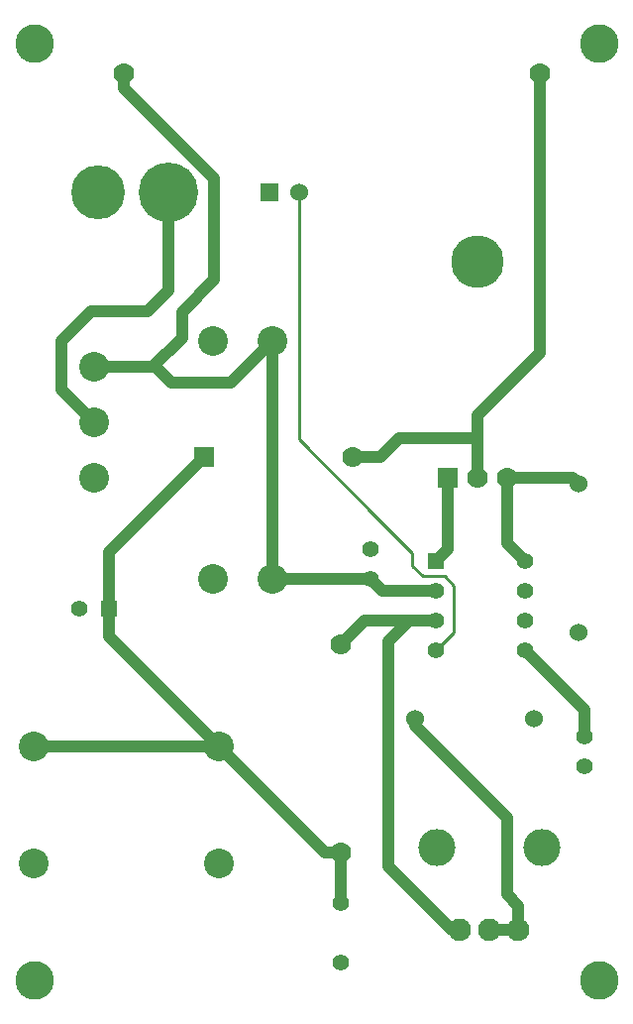
<source format=gtl>
G04 (created by PCBNEW (2013-feb-26)-testing) date Fri 24 May 2013 08:37:37 PM PDT*
%MOIN*%
G04 Gerber Fmt 3.4, Leading zero omitted, Abs format*
%FSLAX34Y34*%
G01*
G70*
G90*
G04 APERTURE LIST*
%ADD10C,2.3622e-06*%
%ADD11C,0.1*%
%ADD12R,0.06X0.06*%
%ADD13C,0.06*%
%ADD14R,0.055X0.055*%
%ADD15C,0.055*%
%ADD16C,0.2*%
%ADD17C,0.1811*%
%ADD18C,0.13*%
%ADD19C,0.07*%
%ADD20R,0.07X0.07*%
%ADD21C,0.1772*%
%ADD22C,0.076*%
%ADD23C,0.125*%
%ADD24C,0.04*%
%ADD25C,0.01*%
G04 APERTURE END LIST*
G54D10*
G54D11*
X37000Y-43380D03*
X37000Y-45250D03*
X37000Y-47120D03*
G54D12*
X42900Y-37500D03*
G54D13*
X43900Y-37500D03*
G54D14*
X48500Y-49900D03*
G54D15*
X48500Y-50900D03*
X48500Y-51900D03*
X48500Y-52900D03*
X51500Y-52900D03*
X51500Y-51900D03*
X51500Y-50900D03*
X51500Y-49900D03*
G54D16*
X39500Y-37500D03*
G54D17*
X37138Y-37500D03*
G54D11*
X43000Y-50500D03*
X41000Y-50500D03*
X43000Y-42500D03*
X41000Y-42500D03*
G54D15*
X45300Y-61400D03*
X45300Y-63400D03*
G54D14*
X37500Y-51500D03*
G54D15*
X36500Y-51500D03*
X46300Y-50500D03*
X46300Y-49500D03*
X53500Y-55800D03*
X53500Y-56800D03*
G54D18*
X35000Y-64000D03*
X54000Y-32500D03*
X35000Y-32500D03*
G54D13*
X47800Y-55200D03*
X51800Y-55200D03*
G54D19*
X45700Y-46400D03*
G54D20*
X40700Y-46400D03*
G54D19*
X45300Y-59700D03*
X45300Y-52700D03*
G54D13*
X53300Y-47300D03*
X53300Y-52300D03*
G54D19*
X52000Y-33500D03*
X38000Y-33500D03*
G54D11*
X34990Y-56131D03*
X41210Y-56131D03*
X34990Y-60069D03*
X41210Y-60069D03*
G54D20*
X48900Y-47100D03*
G54D19*
X49900Y-47100D03*
X50900Y-47100D03*
G54D21*
X49900Y-39848D03*
G54D22*
X49316Y-62300D03*
X50300Y-62300D03*
X51284Y-62300D03*
G54D23*
X48528Y-59544D03*
X52072Y-59544D03*
G54D18*
X54000Y-64000D03*
G54D24*
X37500Y-51500D02*
X37500Y-49600D01*
X37500Y-49600D02*
X40700Y-46400D01*
X37500Y-51500D02*
X37500Y-52421D01*
X37500Y-52421D02*
X41210Y-56131D01*
X45300Y-61400D02*
X45300Y-59700D01*
X34990Y-56131D02*
X41210Y-56131D01*
X41210Y-56131D02*
X44779Y-59700D01*
X44779Y-59700D02*
X45300Y-59700D01*
X39500Y-37500D02*
X39500Y-40800D01*
X35900Y-44150D02*
X37000Y-45250D01*
X35900Y-42500D02*
X35900Y-44150D01*
X36900Y-41500D02*
X35900Y-42500D01*
X38800Y-41500D02*
X36900Y-41500D01*
X39500Y-40800D02*
X38800Y-41500D01*
G54D25*
X43900Y-37500D02*
X43900Y-45810D01*
X49110Y-52290D02*
X48500Y-52900D01*
X49110Y-50730D02*
X49110Y-52290D01*
X48800Y-50420D02*
X49110Y-50730D01*
X48070Y-50420D02*
X48800Y-50420D01*
X47720Y-50070D02*
X48070Y-50420D01*
X47720Y-49650D02*
X47720Y-50070D01*
X46590Y-48520D02*
X47720Y-49650D01*
X46590Y-48500D02*
X46590Y-48520D01*
X43900Y-45810D02*
X46590Y-48500D01*
G54D24*
X50300Y-62300D02*
X51284Y-62300D01*
X47800Y-55200D02*
X47800Y-55430D01*
X51284Y-61504D02*
X51284Y-62300D01*
X50900Y-61120D02*
X51284Y-61504D01*
X50900Y-58530D02*
X50900Y-61120D01*
X47800Y-55430D02*
X50900Y-58530D01*
X49316Y-62300D02*
X49050Y-62300D01*
X46910Y-52590D02*
X47600Y-51900D01*
X46910Y-60160D02*
X46910Y-52590D01*
X49050Y-62300D02*
X46910Y-60160D01*
X48500Y-51900D02*
X47600Y-51900D01*
X47600Y-51900D02*
X46100Y-51900D01*
X46100Y-51900D02*
X45300Y-52700D01*
X48900Y-47100D02*
X48900Y-49500D01*
X48900Y-49500D02*
X48500Y-49900D01*
X50900Y-47100D02*
X53100Y-47100D01*
X53100Y-47100D02*
X53300Y-47300D01*
X50900Y-47100D02*
X50900Y-49300D01*
X50900Y-49300D02*
X51500Y-49900D01*
X38970Y-43380D02*
X39960Y-42390D01*
X38000Y-34010D02*
X38000Y-33500D01*
X41040Y-37050D02*
X38000Y-34010D01*
X41040Y-40450D02*
X41040Y-37050D01*
X39960Y-41530D02*
X41040Y-40450D01*
X39960Y-42390D02*
X39960Y-41530D01*
X43000Y-50500D02*
X46300Y-50500D01*
X43000Y-50500D02*
X43000Y-42500D01*
X37000Y-43380D02*
X38970Y-43380D01*
X38970Y-43380D02*
X39080Y-43380D01*
X41600Y-43900D02*
X43000Y-42500D01*
X39600Y-43900D02*
X41600Y-43900D01*
X39080Y-43380D02*
X39600Y-43900D01*
X48500Y-50900D02*
X46700Y-50900D01*
X46700Y-50900D02*
X46300Y-50500D01*
X51500Y-52900D02*
X53500Y-54900D01*
X53500Y-54900D02*
X53500Y-55800D01*
X45700Y-46400D02*
X46650Y-46400D01*
X47280Y-45770D02*
X49900Y-45770D01*
X46650Y-46400D02*
X47280Y-45770D01*
X49900Y-47100D02*
X49900Y-45770D01*
X49900Y-45770D02*
X49900Y-45020D01*
X52000Y-42920D02*
X52000Y-33500D01*
X49900Y-45020D02*
X52000Y-42920D01*
M02*

</source>
